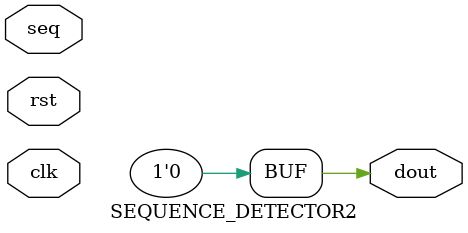
<source format=v>
`timescale 1ns / 1ps

//20L118 HARIHARAN R R
module SEQUENCE_DETECTOR2(seq,clk,rst,dout);
input clk,rst,seq;
output reg dout;
parameter A=2'b00;
parameter B=2'b01;
parameter C=2'b10;
parameter D=2'b10;
parameter E=2'b10;
parameter F=2'b10;
parameter G=2'b10;
reg[2:0]current,next;
always @(posedge clk,posedge rst)
begin
if(rst)
current=1'b0;
else
current=next;
end
always @(current,seq)
begin
case(current)
A:begin
if(seq)
next=B;
else
next=A;
end
B:begin
if(seq)
next=C;
else
next=A;
end
C:begin
if(seq)
next=C;
else
next=D;
end
D:begin
if(seq)
next=E;
else
next=A;
end
E:begin
if(seq)
next=F;
else
next=D;
end
F:begin
if(seq)
next=C;
else
next=G;
end
G:begin
if(seq)
next=E;
else
next=A;
dout=1'b1;
end
default:next=A;
endcase
end
always @(current)
begin 
 case(current) 
 A:   dout = 1'b0;
 B:   dout = 1'b0;
 C:  dout = 1'b0;
 D:  dout = 1'b0;
 E:  dout = 1'b0;
 F:  dout = 1'b0;
 G:  dout = 1'b1;
 default:  dout = 1'b0;
 endcase
end 
endmodule


</source>
